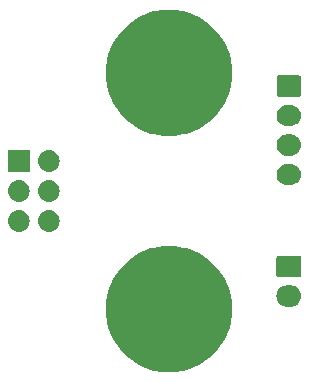
<source format=gbr>
G04 #@! TF.GenerationSoftware,KiCad,Pcbnew,(5.1.4)-1*
G04 #@! TF.CreationDate,2020-03-27T03:57:59-04:00*
G04 #@! TF.ProjectId,y-z_motor_endstop_breakout,792d7a5f-6d6f-4746-9f72-5f656e647374,rev?*
G04 #@! TF.SameCoordinates,Original*
G04 #@! TF.FileFunction,Soldermask,Bot*
G04 #@! TF.FilePolarity,Negative*
%FSLAX46Y46*%
G04 Gerber Fmt 4.6, Leading zero omitted, Abs format (unit mm)*
G04 Created by KiCad (PCBNEW (5.1.4)-1) date 2020-03-27 03:57:59*
%MOMM*%
%LPD*%
G04 APERTURE LIST*
%ADD10C,0.100000*%
G04 APERTURE END LIST*
D10*
G36*
X146216228Y-109786091D02*
G01*
X146560829Y-109854636D01*
X147534649Y-110258005D01*
X148411064Y-110843607D01*
X149156393Y-111588936D01*
X149741995Y-112465351D01*
X150145364Y-113439171D01*
X150145364Y-113439172D01*
X150335091Y-114392989D01*
X150351000Y-114472973D01*
X150351000Y-115527027D01*
X150145364Y-116560829D01*
X149741995Y-117534649D01*
X149156393Y-118411064D01*
X148411064Y-119156393D01*
X147534649Y-119741995D01*
X146560829Y-120145364D01*
X146216228Y-120213909D01*
X145527029Y-120351000D01*
X144472971Y-120351000D01*
X143783772Y-120213909D01*
X143439171Y-120145364D01*
X142465351Y-119741995D01*
X141588936Y-119156393D01*
X140843607Y-118411064D01*
X140258005Y-117534649D01*
X139854636Y-116560829D01*
X139649000Y-115527027D01*
X139649000Y-114472973D01*
X139664910Y-114392989D01*
X139854636Y-113439172D01*
X139854636Y-113439171D01*
X140258005Y-112465351D01*
X140843607Y-111588936D01*
X141588936Y-110843607D01*
X142465351Y-110258005D01*
X143439171Y-109854636D01*
X143783772Y-109786091D01*
X144472971Y-109649000D01*
X145527029Y-109649000D01*
X146216228Y-109786091D01*
X146216228Y-109786091D01*
G37*
G36*
X155420443Y-112995519D02*
G01*
X155486627Y-113002037D01*
X155656466Y-113053557D01*
X155812991Y-113137222D01*
X155848729Y-113166552D01*
X155950186Y-113249814D01*
X156033448Y-113351271D01*
X156062778Y-113387009D01*
X156146443Y-113543534D01*
X156197963Y-113713373D01*
X156215359Y-113890000D01*
X156197963Y-114066627D01*
X156146443Y-114236466D01*
X156062778Y-114392991D01*
X156033448Y-114428729D01*
X155950186Y-114530186D01*
X155848729Y-114613448D01*
X155812991Y-114642778D01*
X155656466Y-114726443D01*
X155486627Y-114777963D01*
X155420443Y-114784481D01*
X155354260Y-114791000D01*
X154965740Y-114791000D01*
X154899557Y-114784481D01*
X154833373Y-114777963D01*
X154663534Y-114726443D01*
X154507009Y-114642778D01*
X154471271Y-114613448D01*
X154369814Y-114530186D01*
X154286552Y-114428729D01*
X154257222Y-114392991D01*
X154173557Y-114236466D01*
X154122037Y-114066627D01*
X154104641Y-113890000D01*
X154122037Y-113713373D01*
X154173557Y-113543534D01*
X154257222Y-113387009D01*
X154286552Y-113351271D01*
X154369814Y-113249814D01*
X154471271Y-113166552D01*
X154507009Y-113137222D01*
X154663534Y-113053557D01*
X154833373Y-113002037D01*
X154899557Y-112995519D01*
X154965740Y-112989000D01*
X155354260Y-112989000D01*
X155420443Y-112995519D01*
X155420443Y-112995519D01*
G37*
G36*
X156068600Y-110492989D02*
G01*
X156101652Y-110503015D01*
X156132103Y-110519292D01*
X156158799Y-110541201D01*
X156180708Y-110567897D01*
X156196985Y-110598348D01*
X156207011Y-110631400D01*
X156211000Y-110671903D01*
X156211000Y-112108097D01*
X156207011Y-112148600D01*
X156196985Y-112181652D01*
X156180708Y-112212103D01*
X156158799Y-112238799D01*
X156132103Y-112260708D01*
X156101652Y-112276985D01*
X156068600Y-112287011D01*
X156028097Y-112291000D01*
X154291903Y-112291000D01*
X154251400Y-112287011D01*
X154218348Y-112276985D01*
X154187897Y-112260708D01*
X154161201Y-112238799D01*
X154139292Y-112212103D01*
X154123015Y-112181652D01*
X154112989Y-112148600D01*
X154109000Y-112108097D01*
X154109000Y-110671903D01*
X154112989Y-110631400D01*
X154123015Y-110598348D01*
X154139292Y-110567897D01*
X154161201Y-110541201D01*
X154187897Y-110519292D01*
X154218348Y-110503015D01*
X154251400Y-110492989D01*
X154291903Y-110489000D01*
X156028097Y-110489000D01*
X156068600Y-110492989D01*
X156068600Y-110492989D01*
G37*
G36*
X132479294Y-106638633D02*
G01*
X132651695Y-106690931D01*
X132810583Y-106775858D01*
X132949849Y-106890151D01*
X133064142Y-107029417D01*
X133149069Y-107188305D01*
X133201367Y-107360706D01*
X133219025Y-107540000D01*
X133201367Y-107719294D01*
X133149069Y-107891695D01*
X133064142Y-108050583D01*
X132949849Y-108189849D01*
X132810583Y-108304142D01*
X132651695Y-108389069D01*
X132479294Y-108441367D01*
X132344931Y-108454600D01*
X132255069Y-108454600D01*
X132120706Y-108441367D01*
X131948305Y-108389069D01*
X131789417Y-108304142D01*
X131650151Y-108189849D01*
X131535858Y-108050583D01*
X131450931Y-107891695D01*
X131398633Y-107719294D01*
X131380975Y-107540000D01*
X131398633Y-107360706D01*
X131450931Y-107188305D01*
X131535858Y-107029417D01*
X131650151Y-106890151D01*
X131789417Y-106775858D01*
X131948305Y-106690931D01*
X132120706Y-106638633D01*
X132255069Y-106625400D01*
X132344931Y-106625400D01*
X132479294Y-106638633D01*
X132479294Y-106638633D01*
G37*
G36*
X135019294Y-106638633D02*
G01*
X135191695Y-106690931D01*
X135350583Y-106775858D01*
X135489849Y-106890151D01*
X135604142Y-107029417D01*
X135689069Y-107188305D01*
X135741367Y-107360706D01*
X135759025Y-107540000D01*
X135741367Y-107719294D01*
X135689069Y-107891695D01*
X135604142Y-108050583D01*
X135489849Y-108189849D01*
X135350583Y-108304142D01*
X135191695Y-108389069D01*
X135019294Y-108441367D01*
X134884931Y-108454600D01*
X134795069Y-108454600D01*
X134660706Y-108441367D01*
X134488305Y-108389069D01*
X134329417Y-108304142D01*
X134190151Y-108189849D01*
X134075858Y-108050583D01*
X133990931Y-107891695D01*
X133938633Y-107719294D01*
X133920975Y-107540000D01*
X133938633Y-107360706D01*
X133990931Y-107188305D01*
X134075858Y-107029417D01*
X134190151Y-106890151D01*
X134329417Y-106775858D01*
X134488305Y-106690931D01*
X134660706Y-106638633D01*
X134795069Y-106625400D01*
X134884931Y-106625400D01*
X135019294Y-106638633D01*
X135019294Y-106638633D01*
G37*
G36*
X132479294Y-104098633D02*
G01*
X132651695Y-104150931D01*
X132810583Y-104235858D01*
X132949849Y-104350151D01*
X133064142Y-104489417D01*
X133149069Y-104648305D01*
X133201367Y-104820706D01*
X133219025Y-105000000D01*
X133201367Y-105179294D01*
X133149069Y-105351695D01*
X133064142Y-105510583D01*
X132949849Y-105649849D01*
X132810583Y-105764142D01*
X132651695Y-105849069D01*
X132479294Y-105901367D01*
X132344931Y-105914600D01*
X132255069Y-105914600D01*
X132120706Y-105901367D01*
X131948305Y-105849069D01*
X131789417Y-105764142D01*
X131650151Y-105649849D01*
X131535858Y-105510583D01*
X131450931Y-105351695D01*
X131398633Y-105179294D01*
X131380975Y-105000000D01*
X131398633Y-104820706D01*
X131450931Y-104648305D01*
X131535858Y-104489417D01*
X131650151Y-104350151D01*
X131789417Y-104235858D01*
X131948305Y-104150931D01*
X132120706Y-104098633D01*
X132255069Y-104085400D01*
X132344931Y-104085400D01*
X132479294Y-104098633D01*
X132479294Y-104098633D01*
G37*
G36*
X135019294Y-104098633D02*
G01*
X135191695Y-104150931D01*
X135350583Y-104235858D01*
X135489849Y-104350151D01*
X135604142Y-104489417D01*
X135689069Y-104648305D01*
X135741367Y-104820706D01*
X135759025Y-105000000D01*
X135741367Y-105179294D01*
X135689069Y-105351695D01*
X135604142Y-105510583D01*
X135489849Y-105649849D01*
X135350583Y-105764142D01*
X135191695Y-105849069D01*
X135019294Y-105901367D01*
X134884931Y-105914600D01*
X134795069Y-105914600D01*
X134660706Y-105901367D01*
X134488305Y-105849069D01*
X134329417Y-105764142D01*
X134190151Y-105649849D01*
X134075858Y-105510583D01*
X133990931Y-105351695D01*
X133938633Y-105179294D01*
X133920975Y-105000000D01*
X133938633Y-104820706D01*
X133990931Y-104648305D01*
X134075858Y-104489417D01*
X134190151Y-104350151D01*
X134329417Y-104235858D01*
X134488305Y-104150931D01*
X134660706Y-104098633D01*
X134795069Y-104085400D01*
X134884931Y-104085400D01*
X135019294Y-104098633D01*
X135019294Y-104098633D01*
G37*
G36*
X155395442Y-102715518D02*
G01*
X155461627Y-102722037D01*
X155631466Y-102773557D01*
X155787991Y-102857222D01*
X155823729Y-102886552D01*
X155925186Y-102969814D01*
X156008448Y-103071271D01*
X156037778Y-103107009D01*
X156121443Y-103263534D01*
X156172963Y-103433373D01*
X156190359Y-103610000D01*
X156172963Y-103786627D01*
X156121443Y-103956466D01*
X156037778Y-104112991D01*
X156008448Y-104148729D01*
X155925186Y-104250186D01*
X155823729Y-104333448D01*
X155787991Y-104362778D01*
X155631466Y-104446443D01*
X155461627Y-104497963D01*
X155395442Y-104504482D01*
X155329260Y-104511000D01*
X154990740Y-104511000D01*
X154924558Y-104504482D01*
X154858373Y-104497963D01*
X154688534Y-104446443D01*
X154532009Y-104362778D01*
X154496271Y-104333448D01*
X154394814Y-104250186D01*
X154311552Y-104148729D01*
X154282222Y-104112991D01*
X154198557Y-103956466D01*
X154147037Y-103786627D01*
X154129641Y-103610000D01*
X154147037Y-103433373D01*
X154198557Y-103263534D01*
X154282222Y-103107009D01*
X154311552Y-103071271D01*
X154394814Y-102969814D01*
X154496271Y-102886552D01*
X154532009Y-102857222D01*
X154688534Y-102773557D01*
X154858373Y-102722037D01*
X154924558Y-102715518D01*
X154990740Y-102709000D01*
X155329260Y-102709000D01*
X155395442Y-102715518D01*
X155395442Y-102715518D01*
G37*
G36*
X133214600Y-103374600D02*
G01*
X131385400Y-103374600D01*
X131385400Y-101545400D01*
X133214600Y-101545400D01*
X133214600Y-103374600D01*
X133214600Y-103374600D01*
G37*
G36*
X135019294Y-101558633D02*
G01*
X135191695Y-101610931D01*
X135350583Y-101695858D01*
X135489849Y-101810151D01*
X135604142Y-101949417D01*
X135689069Y-102108305D01*
X135741367Y-102280706D01*
X135759025Y-102460000D01*
X135741367Y-102639294D01*
X135689069Y-102811695D01*
X135604142Y-102970583D01*
X135489849Y-103109849D01*
X135350583Y-103224142D01*
X135191695Y-103309069D01*
X135019294Y-103361367D01*
X134884931Y-103374600D01*
X134795069Y-103374600D01*
X134660706Y-103361367D01*
X134488305Y-103309069D01*
X134329417Y-103224142D01*
X134190151Y-103109849D01*
X134075858Y-102970583D01*
X133990931Y-102811695D01*
X133938633Y-102639294D01*
X133920975Y-102460000D01*
X133938633Y-102280706D01*
X133990931Y-102108305D01*
X134075858Y-101949417D01*
X134190151Y-101810151D01*
X134329417Y-101695858D01*
X134488305Y-101610931D01*
X134660706Y-101558633D01*
X134795069Y-101545400D01*
X134884931Y-101545400D01*
X135019294Y-101558633D01*
X135019294Y-101558633D01*
G37*
G36*
X155395443Y-100215519D02*
G01*
X155461627Y-100222037D01*
X155631466Y-100273557D01*
X155787991Y-100357222D01*
X155823729Y-100386552D01*
X155925186Y-100469814D01*
X156008448Y-100571271D01*
X156037778Y-100607009D01*
X156121443Y-100763534D01*
X156172963Y-100933373D01*
X156190359Y-101110000D01*
X156172963Y-101286627D01*
X156121443Y-101456466D01*
X156037778Y-101612991D01*
X156008448Y-101648729D01*
X155925186Y-101750186D01*
X155852117Y-101810151D01*
X155787991Y-101862778D01*
X155631466Y-101946443D01*
X155461627Y-101997963D01*
X155395442Y-102004482D01*
X155329260Y-102011000D01*
X154990740Y-102011000D01*
X154924557Y-102004481D01*
X154858373Y-101997963D01*
X154688534Y-101946443D01*
X154532009Y-101862778D01*
X154467883Y-101810151D01*
X154394814Y-101750186D01*
X154311552Y-101648729D01*
X154282222Y-101612991D01*
X154198557Y-101456466D01*
X154147037Y-101286627D01*
X154129641Y-101110000D01*
X154147037Y-100933373D01*
X154198557Y-100763534D01*
X154282222Y-100607009D01*
X154311552Y-100571271D01*
X154394814Y-100469814D01*
X154496271Y-100386552D01*
X154532009Y-100357222D01*
X154688534Y-100273557D01*
X154858373Y-100222037D01*
X154924558Y-100215518D01*
X154990740Y-100209000D01*
X155329260Y-100209000D01*
X155395443Y-100215519D01*
X155395443Y-100215519D01*
G37*
G36*
X146216228Y-89786091D02*
G01*
X146560829Y-89854636D01*
X147534649Y-90258005D01*
X148411064Y-90843607D01*
X149156393Y-91588936D01*
X149741995Y-92465351D01*
X150145364Y-93439171D01*
X150351000Y-94472973D01*
X150351000Y-95527027D01*
X150145364Y-96560829D01*
X149741995Y-97534649D01*
X149156393Y-98411064D01*
X148411064Y-99156393D01*
X147534649Y-99741995D01*
X146560829Y-100145364D01*
X146240909Y-100209000D01*
X145527029Y-100351000D01*
X144472971Y-100351000D01*
X143759091Y-100209000D01*
X143439171Y-100145364D01*
X142465351Y-99741995D01*
X141588936Y-99156393D01*
X140843607Y-98411064D01*
X140258005Y-97534649D01*
X139854636Y-96560829D01*
X139649000Y-95527027D01*
X139649000Y-94472973D01*
X139854636Y-93439171D01*
X140258005Y-92465351D01*
X140843607Y-91588936D01*
X141588936Y-90843607D01*
X142465351Y-90258005D01*
X143439171Y-89854636D01*
X143783772Y-89786091D01*
X144472971Y-89649000D01*
X145527029Y-89649000D01*
X146216228Y-89786091D01*
X146216228Y-89786091D01*
G37*
G36*
X155395442Y-97715518D02*
G01*
X155461627Y-97722037D01*
X155631466Y-97773557D01*
X155787991Y-97857222D01*
X155823729Y-97886552D01*
X155925186Y-97969814D01*
X156008448Y-98071271D01*
X156037778Y-98107009D01*
X156121443Y-98263534D01*
X156172963Y-98433373D01*
X156190359Y-98610000D01*
X156172963Y-98786627D01*
X156121443Y-98956466D01*
X156037778Y-99112991D01*
X156008448Y-99148729D01*
X155925186Y-99250186D01*
X155823729Y-99333448D01*
X155787991Y-99362778D01*
X155631466Y-99446443D01*
X155461627Y-99497963D01*
X155395443Y-99504481D01*
X155329260Y-99511000D01*
X154990740Y-99511000D01*
X154924557Y-99504481D01*
X154858373Y-99497963D01*
X154688534Y-99446443D01*
X154532009Y-99362778D01*
X154496271Y-99333448D01*
X154394814Y-99250186D01*
X154311552Y-99148729D01*
X154282222Y-99112991D01*
X154198557Y-98956466D01*
X154147037Y-98786627D01*
X154129641Y-98610000D01*
X154147037Y-98433373D01*
X154198557Y-98263534D01*
X154282222Y-98107009D01*
X154311552Y-98071271D01*
X154394814Y-97969814D01*
X154496271Y-97886552D01*
X154532009Y-97857222D01*
X154688534Y-97773557D01*
X154858373Y-97722037D01*
X154924558Y-97715518D01*
X154990740Y-97709000D01*
X155329260Y-97709000D01*
X155395442Y-97715518D01*
X155395442Y-97715518D01*
G37*
G36*
X156043600Y-95212989D02*
G01*
X156076652Y-95223015D01*
X156107103Y-95239292D01*
X156133799Y-95261201D01*
X156155708Y-95287897D01*
X156171985Y-95318348D01*
X156182011Y-95351400D01*
X156186000Y-95391903D01*
X156186000Y-96828097D01*
X156182011Y-96868600D01*
X156171985Y-96901652D01*
X156155708Y-96932103D01*
X156133799Y-96958799D01*
X156107103Y-96980708D01*
X156076652Y-96996985D01*
X156043600Y-97007011D01*
X156003097Y-97011000D01*
X154316903Y-97011000D01*
X154276400Y-97007011D01*
X154243348Y-96996985D01*
X154212897Y-96980708D01*
X154186201Y-96958799D01*
X154164292Y-96932103D01*
X154148015Y-96901652D01*
X154137989Y-96868600D01*
X154134000Y-96828097D01*
X154134000Y-95391903D01*
X154137989Y-95351400D01*
X154148015Y-95318348D01*
X154164292Y-95287897D01*
X154186201Y-95261201D01*
X154212897Y-95239292D01*
X154243348Y-95223015D01*
X154276400Y-95212989D01*
X154316903Y-95209000D01*
X156003097Y-95209000D01*
X156043600Y-95212989D01*
X156043600Y-95212989D01*
G37*
M02*

</source>
